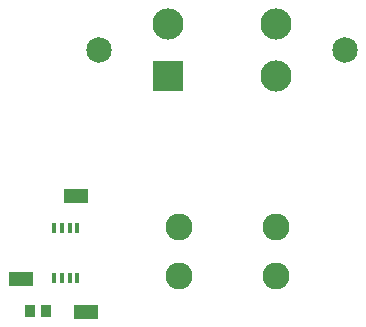
<source format=gbr>
%TF.GenerationSoftware,Altium Limited,Altium Designer,19.0.10 (269)*%
G04 Layer_Color=255*
%FSLAX26Y26*%
%MOIN*%
%TF.FileFunction,Pads,Top*%
%TF.Part,Single*%
G01*
G75*
%TA.AperFunction,SMDPad,CuDef*%
%ADD10R,0.080709X0.045276*%
%ADD11R,0.035433X0.039370*%
%ADD12R,0.016535X0.035000*%
%TA.AperFunction,ComponentPad*%
%ADD14C,0.090000*%
%ADD15C,0.103937*%
%ADD16C,0.085039*%
%ADD17R,0.103937X0.103937*%
D10*
X597000Y73000D02*
D03*
X379000Y186000D02*
D03*
X563693Y461307D02*
D03*
D11*
X409425Y78000D02*
D03*
X462575D02*
D03*
D12*
X490614Y188106D02*
D03*
X516205D02*
D03*
X541795D02*
D03*
X567386D02*
D03*
X490614Y353894D02*
D03*
X516205D02*
D03*
X541795D02*
D03*
X567386D02*
D03*
D14*
X905000Y358000D02*
D03*
Y193000D02*
D03*
X1230000Y358000D02*
D03*
Y193000D02*
D03*
D15*
X868945Y1036000D02*
D03*
X1228000D02*
D03*
Y860803D02*
D03*
D16*
X638472Y948323D02*
D03*
X1458551D02*
D03*
D17*
X868945Y860803D02*
D03*
%TF.MD5,f3d56bfbfa7b70193e140df262cfbd0a*%
M02*

</source>
